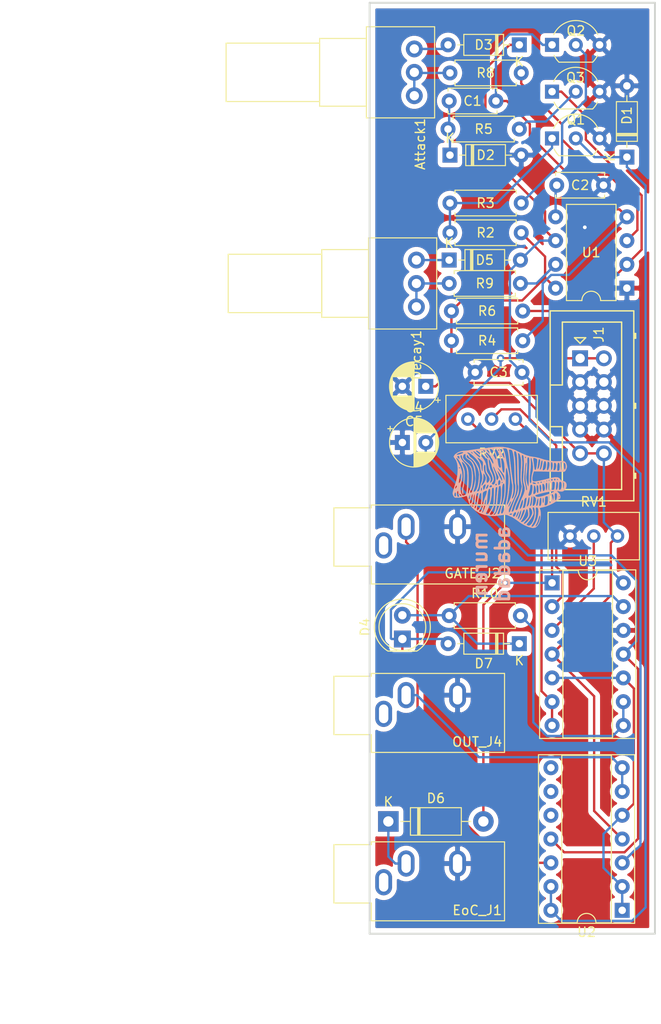
<source format=kicad_pcb>
(kicad_pcb (version 20171130) (host pcbnew 5.1.2)
  (layers (0 F.Cu signal) (31 B.Cu signal) (34 B.Paste user) (35 F.Paste user) (36 B.SilkS user) (37 F.SilkS user) (38 B.Mask user) (39 F.Mask user) (44 Edge.Cuts user))
  (net 0 "")
  (net 1 +12V)
  (net 2 "Net-(Q2-Pad2)")
  (net 3 "Net-(Q1-Pad1)")
  (net 4 "Net-(C1-Pad2)")
  (net 5 "Net-(R9-Pad2)")
  (net 6 "Net-(R8-Pad2)")
  (net 7 "Net-(Attack1-Pad1)")
  (net 8 "Net-(Q3-Pad1)")
  (net 9 "Net-(Q3-Pad2)")
  (net 10 "Net-(C1-Pad1)")
  (net 11 "Net-(D5-Pad1)")
  (net 12 GND)
  (net 13 "Net-(D1-Pad1)")
  (net 14 -12V)
  (net 15 "Net-(C2-Pad1)")
  (net 16 "Net-(Decay1-Pad2)")
  (net 17 "Net-(Attack1-Pad2)")
  (net 18 "Net-(GATE_J2-PadS)")
  (net 19 "Net-(OUT_J4-PadT)")
  (net 20 "Net-(OUT_J4-PadS)")
  (net 21 "Net-(RV1-Pad2)")
  (net 22 "Net-(EoC_J1-PadS)")
  (net 23 "Net-(D4-Pad2)")
  (net 24 "Net-(D6-Pad2)")
  (net 25 "Net-(D6-Pad1)")
  (net 26 "Net-(RV2-Pad2)")
  (net 27 "Net-(C3-Pad2)")
  (net 28 "Net-(D4-Pad1)")
  (net 29 "Net-(GATE_J2-PadT)")
  (net 30 "Net-(R10-Pad2)")
  (net 31 "Net-(RV2-Pad1)")
  (net 32 "Net-(U2-Pad1)")
  (module Package_DIP:DIP-14_W7.62mm_Socket (layer F.Cu) (at 122.5 108.5)
    (fp_text reference U3 (at 3.81 -2.33) (layer F.SilkS))
    (fp_text value TL074)
    (pad 14 thru_hole oval (at 7.62 0) (size 1.6 1.6) (drill 0.8) (layers *.Cu *.Mask) (net 28 "Net-(D4-Pad1)"))
    (pad 7 thru_hole oval (at 0 15.24) (size 1.6 1.6) (drill 0.8) (layers *.Cu *.Mask) (net 31 "Net-(RV2-Pad1)"))
    (pad 13 thru_hole oval (at 7.62 2.54) (size 1.6 1.6) (drill 0.8) (layers *.Cu *.Mask) (net 23 "Net-(D4-Pad2)"))
    (pad 6 thru_hole oval (at 0 12.7) (size 1.6 1.6) (drill 0.8) (layers *.Cu *.Mask) (net 31 "Net-(RV2-Pad1)"))
    (pad 12 thru_hole oval (at 7.62 5.08) (size 1.6 1.6) (drill 0.8) (layers *.Cu *.Mask) (net 12 GND))
    (pad 5 thru_hole oval (at 0 10.16) (size 1.6 1.6) (drill 0.8) (layers *.Cu *.Mask) (net 32 "Net-(U2-Pad1)"))
    (pad 11 thru_hole oval (at 7.62 7.62) (size 1.6 1.6) (drill 0.8) (layers *.Cu *.Mask) (net 14 -12V))
    (pad 4 thru_hole oval (at 0 7.62) (size 1.6 1.6) (drill 0.8) (layers *.Cu *.Mask) (net 1 +12V))
    (pad 10 thru_hole oval (at 7.62 10.16) (size 1.6 1.6) (drill 0.8) (layers *.Cu *.Mask) (net 32 "Net-(U2-Pad1)"))
    (pad 3 thru_hole oval (at 0 5.08) (size 1.6 1.6) (drill 0.8) (layers *.Cu *.Mask) (net 21 "Net-(RV1-Pad2)"))
    (pad 9 thru_hole oval (at 7.62 12.7) (size 1.6 1.6) (drill 0.8) (layers *.Cu *.Mask) (net 30 "Net-(R10-Pad2)"))
    (pad 2 thru_hole oval (at 0 2.54) (size 1.6 1.6) (drill 0.8) (layers *.Cu *.Mask) (net 26 "Net-(RV2-Pad2)"))
    (pad 8 thru_hole oval (at 7.62 15.24) (size 1.6 1.6) (drill 0.8) (layers *.Cu *.Mask) (net 30 "Net-(R10-Pad2)"))
    (pad 1 thru_hole rect (at 0 0) (size 1.6 1.6) (drill 0.8) (layers *.Cu *.Mask) (net 24 "Net-(D6-Pad2)"))
  )
  (module Package_DIP:DIP-14_W7.62mm_Socket (layer F.Cu) (at 130 143.5 180)
    (fp_text reference U2 (at 3.81 -2.33) (layer F.SilkS))
    (fp_text value TL074)
    (pad 14 thru_hole oval (at 7.62 0 180) (size 1.6 1.6) (drill 0.8) (layers *.Cu *.Mask) (net 13 "Net-(D1-Pad1)"))
    (pad 7 thru_hole oval (at 0 15.24 180) (size 1.6 1.6) (drill 0.8) (layers *.Cu *.Mask) (net 19 "Net-(OUT_J4-PadT)"))
    (pad 13 thru_hole oval (at 7.62 2.54 180) (size 1.6 1.6) (drill 0.8) (layers *.Cu *.Mask) (net 13 "Net-(D1-Pad1)"))
    (pad 6 thru_hole oval (at 0 12.7 180) (size 1.6 1.6) (drill 0.8) (layers *.Cu *.Mask) (net 19 "Net-(OUT_J4-PadT)"))
    (pad 12 thru_hole oval (at 7.62 5.08 180) (size 1.6 1.6) (drill 0.8) (layers *.Cu *.Mask) (net 29 "Net-(GATE_J2-PadT)"))
    (pad 5 thru_hole oval (at 0 10.16 180) (size 1.6 1.6) (drill 0.8) (layers *.Cu *.Mask) (net 32 "Net-(U2-Pad1)"))
    (pad 11 thru_hole oval (at 7.62 7.62 180) (size 1.6 1.6) (drill 0.8) (layers *.Cu *.Mask) (net 14 -12V))
    (pad 4 thru_hole oval (at 0 7.62 180) (size 1.6 1.6) (drill 0.8) (layers *.Cu *.Mask) (net 1 +12V))
    (pad 10 thru_hole oval (at 7.62 10.16 180) (size 1.6 1.6) (drill 0.8) (layers *.Cu *.Mask))
    (pad 3 thru_hole oval (at 0 5.08 180) (size 1.6 1.6) (drill 0.8) (layers *.Cu *.Mask) (net 27 "Net-(C3-Pad2)"))
    (pad 9 thru_hole oval (at 7.62 12.7 180) (size 1.6 1.6) (drill 0.8) (layers *.Cu *.Mask))
    (pad 2 thru_hole oval (at 0 2.54 180) (size 1.6 1.6) (drill 0.8) (layers *.Cu *.Mask) (net 32 "Net-(U2-Pad1)"))
    (pad 8 thru_hole oval (at 7.62 15.24 180) (size 1.6 1.6) (drill 0.8) (layers *.Cu *.Mask))
    (pad 1 thru_hole rect (at 0 0 180) (size 1.6 1.6) (drill 0.8) (layers *.Cu *.Mask) (net 32 "Net-(U2-Pad1)"))
  )
  (module LOGO (layer B.Cu) (at 118 98 270)
    (fp_text reference G*** hide)
    (fp_text value LOGO hide)
  )
  (module Potentiometer_THT:Potentiometer_Bourns_3296W_Vertical (layer F.Cu) (at 113.5 91 180)
    (fp_text reference RV2 (at -2.54 -3.66) (layer F.SilkS))
    (fp_text value 100k)
    (pad 3 thru_hole circle (at -5.08 0 180) (size 1.44 1.44) (drill 0.8) (layers *.Cu *.Mask) (net 24 "Net-(D6-Pad2)"))
    (pad 2 thru_hole circle (at -2.54 0 180) (size 1.44 1.44) (drill 0.8) (layers *.Cu *.Mask) (net 26 "Net-(RV2-Pad2)"))
    (pad 1 thru_hole circle (at 0 0 180) (size 1.44 1.44) (drill 0.8) (layers *.Cu *.Mask) (net 31 "Net-(RV2-Pad1)"))
  )
  (module Potentiometer_THT:Potentiometer_Bourns_3296W_Vertical (layer F.Cu) (at 129.5 103.5)
    (fp_text reference RV1 (at -2.54 -3.66) (layer F.SilkS))
    (fp_text value 500k)
    (pad 1 thru_hole circle (at 0 0) (size 1.44 1.44) (drill 0.8) (layers *.Cu *.Mask) (net 1 +12V))
    (pad 2 thru_hole circle (at -2.54 0) (size 1.44 1.44) (drill 0.8) (layers *.Cu *.Mask) (net 21 "Net-(RV1-Pad2)"))
    (pad 3 thru_hole circle (at -5.08 0) (size 1.44 1.44) (drill 0.8) (layers *.Cu *.Mask) (net 12 GND))
  )
  (module Diode_THT:D_DO-35_SOD27_P7.62mm_Horizontal (layer F.Cu) (at 119 115 180)
    (fp_text reference D7 (at 3.81 -2.12) (layer F.SilkS))
    (fp_text value 1N4148)
    (fp_text user K (at 0 -1.8) (layer F.SilkS))
    (pad 1 thru_hole rect (at 0 0 180) (size 1.6 1.6) (drill 0.8) (layers *.Cu *.Mask) (net 23 "Net-(D4-Pad2)"))
    (pad 2 thru_hole oval (at 7.62 0 180) (size 1.6 1.6) (drill 0.8) (layers *.Cu *.Mask) (net 28 "Net-(D4-Pad1)"))
  )
  (module Connector_Multicomp:Multicomp_MC9A12-1034_2x05_P2.54mm_Vertical (layer F.Cu) (at 125.5 84.5 270)
    (fp_text reference J1 (at -2.54 -2 270) (layer F.SilkS))
    (fp_text value Conn_02x05_Odd_Even)
    (pad 10 thru_hole circle (at 10.16 -2.54 270) (size 1.7 1.7) (drill 1) (layers *.Cu *.Mask) (net 1 +12V))
    (pad 9 thru_hole circle (at 10.16 0 270) (size 1.7 1.7) (drill 1) (layers *.Cu *.Mask) (net 1 +12V))
    (pad 8 thru_hole circle (at 7.62 -2.54 270) (size 1.7 1.7) (drill 1) (layers *.Cu *.Mask) (net 12 GND))
    (pad 7 thru_hole circle (at 7.62 0 270) (size 1.7 1.7) (drill 1) (layers *.Cu *.Mask) (net 12 GND))
    (pad 6 thru_hole circle (at 5.08 -2.54 270) (size 1.7 1.7) (drill 1) (layers *.Cu *.Mask) (net 12 GND))
    (pad 5 thru_hole circle (at 5.08 0 270) (size 1.7 1.7) (drill 1) (layers *.Cu *.Mask) (net 12 GND))
    (pad 4 thru_hole circle (at 2.54 -2.54 270) (size 1.7 1.7) (drill 1) (layers *.Cu *.Mask) (net 12 GND))
    (pad 3 thru_hole circle (at 2.54 0 270) (size 1.7 1.7) (drill 1) (layers *.Cu *.Mask) (net 12 GND))
    (pad 2 thru_hole circle (at 0 -2.54 270) (size 1.7 1.7) (drill 1) (layers *.Cu *.Mask) (net 14 -12V))
    (pad 1 thru_hole rect (at 0 0 270) (size 1.7 1.7) (drill 1) (layers *.Cu *.Mask) (net 14 -12V))
  )
  (module Diode_THT:D_DO-41_SOD81_P10.16mm_Horizontal (layer F.Cu) (at 105 134)
    (fp_text reference D6 (at 5.08 -2.47) (layer F.SilkS))
    (fp_text value 1N4001)
    (fp_text user K (at 0 -2.1) (layer F.SilkS))
    (pad 1 thru_hole rect (at 0 0) (size 2.2 2.2) (drill 1.1) (layers *.Cu *.Mask) (net 25 "Net-(D6-Pad1)"))
    (pad 2 thru_hole oval (at 10.16 0) (size 2.2 2.2) (drill 1.1) (layers *.Cu *.Mask) (net 24 "Net-(D6-Pad2)"))
  )
  (module LED_THT:LED_D5.0mm (layer F.Cu) (at 106.5 114.5 90)
    (fp_text reference D4 (at 1.27 -3.96 90) (layer F.SilkS))
    (fp_text value LED)
    (pad 1 thru_hole rect (at 0 0 90) (size 1.8 1.8) (drill 0.9) (layers *.Cu *.Mask) (net 28 "Net-(D4-Pad1)"))
    (pad 2 thru_hole circle (at 2.54 0 90) (size 1.8 1.8) (drill 0.9) (layers *.Cu *.Mask) (net 23 "Net-(D4-Pad2)"))
  )
  (module Resistor_THT:R_Axial_DIN0207_L6.3mm_D2.5mm_P7.62mm_Horizontal (layer F.Cu) (at 111.5 112)
    (fp_text reference R10 (at 3.81 -2.37) (layer F.SilkS))
    (fp_text value "1 k")
    (pad 1 thru_hole circle (at 0 0) (size 1.6 1.6) (drill 0.8) (layers *.Cu *.Mask) (net 23 "Net-(D4-Pad2)"))
    (pad 2 thru_hole oval (at 7.62 0) (size 1.6 1.6) (drill 0.8) (layers *.Cu *.Mask) (net 30 "Net-(R10-Pad2)"))
  )
  (module Capacitor_THT:CP_Radial_D5.0mm_P2.50mm (layer F.Cu) (at 106.5 93.5)
    (fp_text reference C4 (at 1.25 -3.75) (layer F.SilkS))
    (fp_text value "22 µf")
    (pad 2 thru_hole circle (at 2.5 0) (size 1.6 1.6) (drill 0.8) (layers *.Cu *.Mask) (net 14 -12V))
    (pad 1 thru_hole rect (at 0 0) (size 1.6 1.6) (drill 0.8) (layers *.Cu *.Mask) (net 12 GND))
  )
  (module Capacitor_THT:CP_Radial_D5.0mm_P2.50mm (layer F.Cu) (at 109 87.5 180)
    (fp_text reference C5 (at 1.25 -3.75 180) (layer F.SilkS))
    (fp_text value "22 µf")
    (pad 1 thru_hole rect (at 0 0 180) (size 1.6 1.6) (drill 0.8) (layers *.Cu *.Mask) (net 1 +12V))
    (pad 2 thru_hole circle (at 2.5 0 180) (size 1.6 1.6) (drill 0.8) (layers *.Cu *.Mask) (net 12 GND))
  )
  (module Package_TO_SOT_THT:TO-92_Inline_Wide (layer F.Cu) (at 122.5 61)
    (fp_text reference Q1 (at 2.54 -2) (layer F.SilkS))
    (fp_text value BC547)
    (pad 2 thru_hole circle (at 2.54 0 90) (size 1.5 1.5) (drill 0.8) (layers *.Cu *.Mask) (net 13 "Net-(D1-Pad1)"))
    (pad 3 thru_hole circle (at 5.08 0 90) (size 1.5 1.5) (drill 0.8) (layers *.Cu *.Mask) (net 12 GND))
    (pad 1 thru_hole rect (at 0 0 90) (size 1.5 1.5) (drill 0.8) (layers *.Cu *.Mask) (net 3 "Net-(Q1-Pad1)"))
  )
  (module Package_TO_SOT_THT:TO-92_Inline_Wide (layer F.Cu) (at 122.5 51)
    (fp_text reference Q2 (at 2.54 -1.5) (layer F.SilkS))
    (fp_text value BC547)
    (pad 1 thru_hole rect (at 0 0 90) (size 1.5 1.5) (drill 0.8) (layers *.Cu *.Mask) (net 4 "Net-(C1-Pad2)"))
    (pad 3 thru_hole circle (at 5.08 0 90) (size 1.5 1.5) (drill 0.8) (layers *.Cu *.Mask) (net 12 GND))
    (pad 2 thru_hole circle (at 2.54 0 90) (size 1.5 1.5) (drill 0.8) (layers *.Cu *.Mask) (net 2 "Net-(Q2-Pad2)"))
  )
  (module Package_TO_SOT_THT:TO-92_Inline_Wide (layer F.Cu) (at 122.5 56)
    (fp_text reference Q3 (at 2.5 -1.5) (layer F.SilkS))
    (fp_text value BC547)
    (pad 2 thru_hole circle (at 2.54 0 90) (size 1.5 1.5) (drill 0.8) (layers *.Cu *.Mask) (net 9 "Net-(Q3-Pad2)"))
    (pad 3 thru_hole circle (at 5.08 0 90) (size 1.5 1.5) (drill 0.8) (layers *.Cu *.Mask) (net 12 GND))
    (pad 1 thru_hole rect (at 0 0 90) (size 1.5 1.5) (drill 0.8) (layers *.Cu *.Mask) (net 8 "Net-(Q3-Pad1)"))
  )
  (module Connector_Audio:Jack_3.5mm_CUI_SJ1-3533NG_Horizontal (layer F.Cu) (at 104.5 140.5 90)
    (fp_text reference EoC_J1 (at -3 10) (layer F.SilkS))
    (fp_text value AudioJack3_Ground)
    (pad S thru_hole oval (at 0 0 90) (size 2.8 1.8) (drill oval 2 1) (layers *.Cu *.Mask) (net 22 "Net-(EoC_J1-PadS)"))
    (pad T thru_hole oval (at 2 2.4 90) (size 2.8 1.8) (drill oval 2 1) (layers *.Cu *.Mask) (net 25 "Net-(D6-Pad1)"))
    (pad R thru_hole oval (at 2 7.9 90) (size 2.8 1.8) (drill oval 2 1) (layers *.Cu *.Mask) (net 12 GND))
  )
  (module Connector_Audio:Jack_3.5mm_CUI_SJ1-3533NG_Horizontal (layer F.Cu) (at 104.5 104.5 90)
    (fp_text reference GATE_J2 (at -3 9.5 180) (layer F.SilkS))
    (fp_text value AudioJack3_Ground)
    (pad S thru_hole oval (at 0 0 90) (size 2.8 1.8) (drill oval 2 1) (layers *.Cu *.Mask) (net 18 "Net-(GATE_J2-PadS)"))
    (pad T thru_hole oval (at 2 2.4 90) (size 2.8 1.8) (drill oval 2 1) (layers *.Cu *.Mask) (net 29 "Net-(GATE_J2-PadT)"))
    (pad R thru_hole oval (at 2 7.9 90) (size 2.8 1.8) (drill oval 2 1) (layers *.Cu *.Mask) (net 12 GND))
  )
  (module Connector_Audio:Jack_3.5mm_CUI_SJ1-3533NG_Horizontal (layer F.Cu) (at 104.5 122.5 90)
    (fp_text reference OUT_J4 (at -3 10) (layer F.SilkS))
    (fp_text value AudioJack3_Ground)
    (pad S thru_hole oval (at 0 0 90) (size 2.8 1.8) (drill oval 2 1) (layers *.Cu *.Mask) (net 20 "Net-(OUT_J4-PadS)"))
    (pad T thru_hole oval (at 2 2.4 90) (size 2.8 1.8) (drill oval 2 1) (layers *.Cu *.Mask) (net 19 "Net-(OUT_J4-PadT)"))
    (pad R thru_hole oval (at 2 7.9 90) (size 2.8 1.8) (drill oval 2 1) (layers *.Cu *.Mask) (net 12 GND))
  )
  (module Potentiometer_THT:Potentiometer_Alps_RK097_Single_Horizontal (layer F.Cu) (at 107.775 51.435 180)
    (fp_text reference Attack1 (at -0.635 -10.16 270) (layer F.SilkS))
    (fp_text value "1 M")
    (pad 3 thru_hole circle (at 0 -5 180) (size 1.8 1.8) (drill 1) (layers *.Cu *.Mask) (net 17 "Net-(Attack1-Pad2)"))
    (pad 2 thru_hole circle (at 0 -2.5 180) (size 1.8 1.8) (drill 1) (layers *.Cu *.Mask) (net 17 "Net-(Attack1-Pad2)"))
    (pad 1 thru_hole circle (at 0 0 180) (size 1.8 1.8) (drill 1) (layers *.Cu *.Mask) (net 7 "Net-(Attack1-Pad1)"))
  )
  (module Potentiometer_THT:Potentiometer_Alps_RK097_Single_Horizontal (layer F.Cu) (at 108 74 180)
    (fp_text reference Decay1 (at 0 -10.16 270) (layer F.SilkS))
    (fp_text value "1 M")
    (pad 3 thru_hole circle (at 0 -5 180) (size 1.8 1.8) (drill 1) (layers *.Cu *.Mask) (net 16 "Net-(Decay1-Pad2)"))
    (pad 2 thru_hole circle (at 0 -2.5 180) (size 1.8 1.8) (drill 1) (layers *.Cu *.Mask) (net 16 "Net-(Decay1-Pad2)"))
    (pad 1 thru_hole circle (at 0 0 180) (size 1.8 1.8) (drill 1) (layers *.Cu *.Mask) (net 11 "Net-(D5-Pad1)"))
  )
  (module Capacitor_THT:C_Disc_D5.0mm_W2.5mm_P5.00mm (layer F.Cu) (at 111.5 57)
    (fp_text reference C1 (at 2.5 0) (layer F.SilkS))
    (fp_text value "10 n")
    (pad 2 thru_hole circle (at 5 0) (size 1.6 1.6) (drill 0.8) (layers *.Cu *.Mask) (net 4 "Net-(C1-Pad2)"))
    (pad 1 thru_hole circle (at 0 0) (size 1.6 1.6) (drill 0.8) (layers *.Cu *.Mask) (net 10 "Net-(C1-Pad1)"))
  )
  (module Capacitor_THT:C_Disc_D5.0mm_W2.5mm_P5.00mm (layer F.Cu) (at 123 66)
    (fp_text reference C2 (at 2.5 0) (layer F.SilkS))
    (fp_text value "10 n")
    (pad 1 thru_hole circle (at 0 0) (size 1.6 1.6) (drill 0.8) (layers *.Cu *.Mask) (net 15 "Net-(C2-Pad1)"))
    (pad 2 thru_hole circle (at 5 0) (size 1.6 1.6) (drill 0.8) (layers *.Cu *.Mask) (net 12 GND))
  )
  (module Capacitor_THT:C_Disc_D5.0mm_W2.5mm_P5.00mm (layer F.Cu) (at 114.285 86)
    (fp_text reference C3 (at 2.5 0) (layer F.SilkS))
    (fp_text value "4.7 µ")
    (pad 2 thru_hole circle (at 5 0) (size 1.6 1.6) (drill 0.8) (layers *.Cu *.Mask) (net 27 "Net-(C3-Pad2)"))
    (pad 1 thru_hole circle (at 0 0) (size 1.6 1.6) (drill 0.8) (layers *.Cu *.Mask) (net 12 GND))
  )
  (module Diode_THT:D_DO-35_SOD27_P7.62mm_Horizontal (layer F.Cu) (at 130.5 63 90)
    (fp_text reference D1 (at 4.445 0 90) (layer F.SilkS))
    (fp_text value 1N4148)
    (fp_text user K (at 0 -1.8 90) (layer F.SilkS))
    (pad 2 thru_hole oval (at 7.62 0 90) (size 1.6 1.6) (drill 0.8) (layers *.Cu *.Mask) (net 12 GND))
    (pad 1 thru_hole rect (at 0 0 90) (size 1.6 1.6) (drill 0.8) (layers *.Cu *.Mask) (net 13 "Net-(D1-Pad1)"))
  )
  (module Diode_THT:D_DO-35_SOD27_P7.62mm_Horizontal (layer F.Cu) (at 111.585 62.785)
    (fp_text reference D2 (at 3.81 0) (layer F.SilkS))
    (fp_text value 1N4148)
    (fp_text user K (at 0 -1.8) (layer F.SilkS))
    (pad 1 thru_hole rect (at 0 0) (size 1.6 1.6) (drill 0.8) (layers *.Cu *.Mask) (net 10 "Net-(C1-Pad1)"))
    (pad 2 thru_hole oval (at 7.62 0) (size 1.6 1.6) (drill 0.8) (layers *.Cu *.Mask) (net 12 GND))
  )
  (module Diode_THT:D_DO-35_SOD27_P7.62mm_Horizontal (layer F.Cu) (at 119 51 180)
    (fp_text reference D3 (at 3.81 0 180) (layer F.SilkS))
    (fp_text value 1N4148)
    (fp_text user K (at 0 -1.8 180) (layer F.SilkS))
    (pad 2 thru_hole oval (at 7.62 0 180) (size 1.6 1.6) (drill 0.8) (layers *.Cu *.Mask) (net 7 "Net-(Attack1-Pad1)"))
    (pad 1 thru_hole rect (at 0 0 180) (size 1.6 1.6) (drill 0.8) (layers *.Cu *.Mask) (net 27 "Net-(C3-Pad2)"))
  )
  (module Diode_THT:D_DO-35_SOD27_P7.62mm_Horizontal (layer F.Cu) (at 111.5 74)
    (fp_text reference D5 (at 3.81 0) (layer F.SilkS))
    (fp_text value 1N4148)
    (fp_text user K (at 0 -1.8) (layer F.SilkS))
    (pad 2 thru_hole oval (at 7.62 0) (size 1.6 1.6) (drill 0.8) (layers *.Cu *.Mask) (net 27 "Net-(C3-Pad2)"))
    (pad 1 thru_hole rect (at 0 0) (size 1.6 1.6) (drill 0.8) (layers *.Cu *.Mask) (net 11 "Net-(D5-Pad1)"))
  )
  (module Resistor_THT:R_Axial_DIN0207_L6.3mm_D2.5mm_P7.62mm_Horizontal (layer F.Cu) (at 119.205 71.08 180)
    (fp_text reference R2 (at 3.81 0 180) (layer F.SilkS))
    (fp_text value "4.7 k")
    (pad 1 thru_hole circle (at 0 0 180) (size 1.6 1.6) (drill 0.8) (layers *.Cu *.Mask) (net 1 +12V))
    (pad 2 thru_hole oval (at 7.62 0 180) (size 1.6 1.6) (drill 0.8) (layers *.Cu *.Mask) (net 3 "Net-(Q1-Pad1)"))
  )
  (module Resistor_THT:R_Axial_DIN0207_L6.3mm_D2.5mm_P7.62mm_Horizontal (layer F.Cu) (at 119 60 180)
    (fp_text reference R5 (at 3.81 0 180) (layer F.SilkS))
    (fp_text value "10 k")
    (pad 2 thru_hole oval (at 7.62 0 180) (size 1.6 1.6) (drill 0.8) (layers *.Cu *.Mask) (net 10 "Net-(C1-Pad1)"))
    (pad 1 thru_hole circle (at 0 0 180) (size 1.6 1.6) (drill 0.8) (layers *.Cu *.Mask) (net 9 "Net-(Q3-Pad2)"))
  )
  (module Resistor_THT:R_Axial_DIN0207_L6.3mm_D2.5mm_P7.62mm_Horizontal (layer F.Cu) (at 111.745 79.445)
    (fp_text reference R6 (at 3.81 0) (layer F.SilkS))
    (fp_text value "4.7 k")
    (pad 1 thru_hole circle (at 0 0) (size 1.6 1.6) (drill 0.8) (layers *.Cu *.Mask) (net 1 +12V))
    (pad 2 thru_hole oval (at 7.62 0) (size 1.6 1.6) (drill 0.8) (layers *.Cu *.Mask) (net 8 "Net-(Q3-Pad1)"))
  )
  (module Resistor_THT:R_Axial_DIN0207_L6.3mm_D2.5mm_P7.62mm_Horizontal (layer F.Cu) (at 111.585 54)
    (fp_text reference R8 (at 3.81 0) (layer F.SilkS))
    (fp_text value 220)
    (pad 1 thru_hole circle (at 0 0) (size 1.6 1.6) (drill 0.8) (layers *.Cu *.Mask) (net 17 "Net-(Attack1-Pad2)"))
    (pad 2 thru_hole oval (at 7.62 0) (size 1.6 1.6) (drill 0.8) (layers *.Cu *.Mask) (net 6 "Net-(R8-Pad2)"))
  )
  (module Resistor_THT:R_Axial_DIN0207_L6.3mm_D2.5mm_P7.62mm_Horizontal (layer F.Cu) (at 111.5 76.5)
    (fp_text reference R9 (at 3.81 0) (layer F.SilkS))
    (fp_text value 220)
    (pad 1 thru_hole circle (at 0 0) (size 1.6 1.6) (drill 0.8) (layers *.Cu *.Mask) (net 16 "Net-(Decay1-Pad2)"))
    (pad 2 thru_hole oval (at 7.62 0) (size 1.6 1.6) (drill 0.8) (layers *.Cu *.Mask) (net 5 "Net-(R9-Pad2)"))
  )
  (module Resistor_THT:R_Axial_DIN0207_L6.3mm_D2.5mm_P7.62mm_Horizontal (layer F.Cu) (at 111.745 82.62)
    (fp_text reference R4 (at 3.81 0) (layer F.SilkS))
    (fp_text value "4.7 k")
    (pad 1 thru_hole circle (at 0 0) (size 1.6 1.6) (drill 0.8) (layers *.Cu *.Mask) (net 1 +12V))
    (pad 2 thru_hole oval (at 7.62 0) (size 1.6 1.6) (drill 0.8) (layers *.Cu *.Mask) (net 4 "Net-(C1-Pad2)"))
  )
  (module Resistor_THT:R_Axial_DIN0207_L6.3mm_D2.5mm_P7.62mm_Horizontal (layer F.Cu) (at 119.205 67.905 180)
    (fp_text reference R3 (at 3.81 0 180) (layer F.SilkS))
    (fp_text value "22 k")
    (pad 2 thru_hole oval (at 7.62 0 180) (size 1.6 1.6) (drill 0.8) (layers *.Cu *.Mask) (net 3 "Net-(Q1-Pad1)"))
    (pad 1 thru_hole circle (at 0 0 180) (size 1.6 1.6) (drill 0.8) (layers *.Cu *.Mask) (net 2 "Net-(Q2-Pad2)"))
  )
  (module Package_DIP:DIP-8_W7.62mm (layer F.Cu) (at 130.5 77 180)
    (fp_text reference U1 (at 3.81 3.81 180) (layer F.SilkS))
    (fp_text value ICM7555)
    (pad 8 thru_hole oval (at 7.62 0 180) (size 1.6 1.6) (drill 0.8) (layers *.Cu *.Mask) (net 1 +12V))
    (pad 4 thru_hole oval (at 0 7.62 180) (size 1.6 1.6) (drill 0.8) (layers *.Cu *.Mask) (net 4 "Net-(C1-Pad2)"))
    (pad 7 thru_hole oval (at 7.62 2.54 180) (size 1.6 1.6) (drill 0.8) (layers *.Cu *.Mask) (net 5 "Net-(R9-Pad2)"))
    (pad 3 thru_hole oval (at 0 5.08 180) (size 1.6 1.6) (drill 0.8) (layers *.Cu *.Mask) (net 6 "Net-(R8-Pad2)"))
    (pad 6 thru_hole oval (at 7.62 5.08 180) (size 1.6 1.6) (drill 0.8) (layers *.Cu *.Mask) (net 27 "Net-(C3-Pad2)"))
    (pad 2 thru_hole oval (at 0 2.54 180) (size 1.6 1.6) (drill 0.8) (layers *.Cu *.Mask) (net 8 "Net-(Q3-Pad1)"))
    (pad 5 thru_hole oval (at 7.62 7.62 180) (size 1.6 1.6) (drill 0.8) (layers *.Cu *.Mask) (net 15 "Net-(C2-Pad1)"))
    (pad 1 thru_hole rect (at 0 0 180) (size 1.6 1.6) (drill 0.8) (layers *.Cu *.Mask) (net 12 GND))
  )
  (gr_text "muren\nadadad\n" (at 116 106.5 90) (layer B.SilkS) (effects (font (size 1.5 1.5) (thickness 0.3)) (justify mirror)))
  (gr_line (start 133.5 46.5) (end 103 46.5) (layer Edge.Cuts) (width 0.2))
  (gr_line (start 133.5 146) (end 133.5 46.5) (layer Edge.Cuts) (width 0.2))
  (gr_line (start 103 146) (end 133.5 146) (layer Edge.Cuts) (width 0.2))
  (gr_line (start 103 46.5) (end 103 146) (layer Edge.Cuts) (width 0.2))
  (segment (start 120.004999 71.879999) (end 119.205 71.08) (width 0.25) (layer F.Cu) (net 1))
  (segment (start 121.754999 73.629999) (end 120.004999 71.879999) (width 0.25) (layer F.Cu) (net 1))
  (segment (start 121.754999 75.874999) (end 121.754999 73.629999) (width 0.25) (layer F.Cu) (net 1))
  (segment (start 122.88 77) (end 121.754999 75.874999) (width 0.25) (layer F.Cu) (net 1))
  (segment (start 111.745 83.75137) (end 111.745 82.62) (width 0.25) (layer F.Cu) (net 1))
  (segment (start 110.05 87.5) (end 111.745 85.805) (width 0.25) (layer F.Cu) (net 1))
  (segment (start 111.745 85.805) (end 111.745 83.75137) (width 0.25) (layer F.Cu) (net 1))
  (segment (start 109 87.5) (end 110.05 87.5) (width 0.25) (layer F.Cu) (net 1))
  (segment (start 111.745 82.62) (end 111.745 79.445) (width 0.25) (layer F.Cu) (net 1))
  (segment (start 119.309999 78.319999) (end 121.754999 75.874999) (width 0.25) (layer F.Cu) (net 1))
  (segment (start 112.870001 78.319999) (end 119.309999 78.319999) (width 0.25) (layer F.Cu) (net 1))
  (segment (start 111.745 79.445) (end 112.870001 78.319999) (width 0.25) (layer F.Cu) (net 1))
  (segment (start 128.04 94.66) (end 125.5 94.66) (width 0.25) (layer F.Cu) (net 1))
  (segment (start 128.04 102.04) (end 129.5 103.5) (width 0.25) (layer B.Cu) (net 1))
  (segment (start 128.04 94.66) (end 128.04 102.04) (width 0.25) (layer B.Cu) (net 1))
  (segment (start 123.299999 115.320001) (end 122.5 116.12) (width 0.25) (layer F.Cu) (net 1))
  (segment (start 128.780001 109.839999) (end 123.299999 115.320001) (width 0.25) (layer F.Cu) (net 1))
  (segment (start 128.780001 104.219999) (end 128.780001 109.839999) (width 0.25) (layer F.Cu) (net 1))
  (segment (start 129.5 103.5) (end 128.780001 104.219999) (width 0.25) (layer F.Cu) (net 1))
  (segment (start 129.200001 135.080001) (end 130 135.88) (width 0.25) (layer F.Cu) (net 1))
  (segment (start 127 132.88) (end 129.200001 135.080001) (width 0.25) (layer F.Cu) (net 1))
  (segment (start 127 120.62) (end 127 132.88) (width 0.25) (layer F.Cu) (net 1))
  (segment (start 122.5 116.12) (end 127 120.62) (width 0.25) (layer F.Cu) (net 1))
  (segment (start 117.965001 87.125001) (end 125.5 94.66) (width 0.25) (layer F.Cu) (net 1))
  (segment (start 111.745 85.805) (end 113.065001 87.125001) (width 0.25) (layer F.Cu) (net 1))
  (segment (start 113.065001 87.125001) (end 117.965001 87.125001) (width 0.25) (layer F.Cu) (net 1))
  (segment (start 125.789999 51.749999) (end 125.04 51) (width 0.25) (layer B.Cu) (net 2))
  (segment (start 126.115001 52.075001) (end 125.789999 51.749999) (width 0.25) (layer B.Cu) (net 2))
  (segment (start 126.115001 56.884999) (end 126.115001 52.075001) (width 0.25) (layer B.Cu) (net 2))
  (segment (start 123.575001 59.424999) (end 126.115001 56.884999) (width 0.25) (layer B.Cu) (net 2))
  (segment (start 123.575001 63.534999) (end 123.575001 59.424999) (width 0.25) (layer B.Cu) (net 2))
  (segment (start 119.205 67.905) (end 123.575001 63.534999) (width 0.25) (layer B.Cu) (net 2))
  (segment (start 112.71637 67.905) (end 111.585 67.905) (width 0.25) (layer B.Cu) (net 3))
  (segment (start 116.595 67.905) (end 112.71637 67.905) (width 0.25) (layer B.Cu) (net 3))
  (segment (start 122.5 62) (end 116.595 67.905) (width 0.25) (layer B.Cu) (net 3))
  (segment (start 122.5 61) (end 122.5 62) (width 0.25) (layer B.Cu) (net 3))
  (segment (start 111.585 71.08) (end 111.585 67.905) (width 0.25) (layer B.Cu) (net 3))
  (segment (start 121.5 51) (end 122.5 51) (width 0.25) (layer B.Cu) (net 4))
  (segment (start 120.374999 49.874999) (end 121.5 51) (width 0.25) (layer B.Cu) (net 4))
  (segment (start 117.939999 49.874999) (end 120.374999 49.874999) (width 0.25) (layer B.Cu) (net 4))
  (segment (start 116.5 51.314998) (end 117.939999 49.874999) (width 0.25) (layer B.Cu) (net 4))
  (segment (start 116.5 57) (end 116.5 51.314998) (width 0.25) (layer B.Cu) (net 4))
  (segment (start 117.665002 57) (end 117.63137 57) (width 0.25) (layer F.Cu) (net 4))
  (segment (start 120.125001 59.459999) (end 117.665002 57) (width 0.25) (layer F.Cu) (net 4))
  (segment (start 120.125001 60.710003) (end 120.125001 59.459999) (width 0.25) (layer F.Cu) (net 4))
  (segment (start 127.994999 68.580001) (end 120.125001 60.710003) (width 0.25) (layer F.Cu) (net 4))
  (segment (start 117.63137 57) (end 116.5 57) (width 0.25) (layer F.Cu) (net 4))
  (segment (start 129.700001 68.580001) (end 127.994999 68.580001) (width 0.25) (layer F.Cu) (net 4))
  (segment (start 130.5 69.38) (end 129.700001 68.580001) (width 0.25) (layer F.Cu) (net 4))
  (segment (start 124.294999 75.585001) (end 129.700001 70.179999) (width 0.25) (layer B.Cu) (net 4))
  (segment (start 122.414999 75.585001) (end 124.294999 75.585001) (width 0.25) (layer B.Cu) (net 4))
  (segment (start 129.700001 70.179999) (end 130.5 69.38) (width 0.25) (layer B.Cu) (net 4))
  (segment (start 121.5 80.485) (end 121.5 76.5) (width 0.25) (layer B.Cu) (net 4))
  (segment (start 121.5 76.5) (end 122.414999 75.585001) (width 0.25) (layer B.Cu) (net 4))
  (segment (start 119.365 82.62) (end 121.5 80.485) (width 0.25) (layer B.Cu) (net 4))
  (segment (start 120.84 76.5) (end 122.88 74.46) (width 0.25) (layer B.Cu) (net 5))
  (segment (start 119.12 76.5) (end 120.84 76.5) (width 0.25) (layer B.Cu) (net 5))
  (segment (start 131.299999 71.120001) (end 130.5 71.92) (width 0.25) (layer F.Cu) (net 6))
  (segment (start 131.625001 70.794999) (end 131.299999 71.120001) (width 0.25) (layer F.Cu) (net 6))
  (segment (start 131.625001 67.959999) (end 131.625001 70.794999) (width 0.25) (layer F.Cu) (net 6))
  (segment (start 128.540001 64.874999) (end 131.625001 67.959999) (width 0.25) (layer F.Cu) (net 6))
  (segment (start 127.323997 64.874999) (end 128.540001 64.874999) (width 0.25) (layer F.Cu) (net 6))
  (segment (start 123.575001 61.126003) (end 127.323997 64.874999) (width 0.25) (layer F.Cu) (net 6))
  (segment (start 123.575001 59.501371) (end 123.575001 61.126003) (width 0.25) (layer F.Cu) (net 6))
  (segment (start 119.205 55.13137) (end 123.575001 59.501371) (width 0.25) (layer F.Cu) (net 6))
  (segment (start 119.205 54) (end 119.205 55.13137) (width 0.25) (layer F.Cu) (net 6))
  (segment (start 110.945 51.435) (end 111.38 51) (width 0.25) (layer B.Cu) (net 7))
  (segment (start 107.775 51.435) (end 110.945 51.435) (width 0.25) (layer B.Cu) (net 7))
  (segment (start 126.115001 58.615001) (end 123.5 56) (width 0.25) (layer F.Cu) (net 8))
  (segment (start 126.115001 61.126003) (end 126.115001 58.615001) (width 0.25) (layer F.Cu) (net 8))
  (segment (start 132.07501 67.086012) (end 126.115001 61.126003) (width 0.25) (layer F.Cu) (net 8))
  (segment (start 132.07501 72.88499) (end 132.07501 67.086012) (width 0.25) (layer F.Cu) (net 8))
  (segment (start 123.5 56) (end 122.5 56) (width 0.25) (layer F.Cu) (net 8))
  (segment (start 130.5 74.46) (end 132.07501 72.88499) (width 0.25) (layer F.Cu) (net 8))
  (segment (start 125.515 79.445) (end 130.5 74.46) (width 0.25) (layer F.Cu) (net 8))
  (segment (start 119.365 79.445) (end 125.515 79.445) (width 0.25) (layer F.Cu) (net 8))
  (segment (start 124.290001 56.749999) (end 125.04 56) (width 0.25) (layer B.Cu) (net 9))
  (segment (start 121.839999 59.200001) (end 124.290001 56.749999) (width 0.25) (layer B.Cu) (net 9))
  (segment (start 119.799999 59.200001) (end 121.839999 59.200001) (width 0.25) (layer B.Cu) (net 9))
  (segment (start 119 60) (end 119.799999 59.200001) (width 0.25) (layer B.Cu) (net 9))
  (segment (start 111.5 59.88) (end 111.38 60) (width 0.25) (layer B.Cu) (net 10))
  (segment (start 111.5 57) (end 111.5 59.88) (width 0.25) (layer B.Cu) (net 10))
  (segment (start 111.585 60.205) (end 111.38 60) (width 0.25) (layer B.Cu) (net 10))
  (segment (start 111.585 62.785) (end 111.585 60.205) (width 0.25) (layer B.Cu) (net 10))
  (segment (start 110.45 74) (end 108 74) (width 0.25) (layer B.Cu) (net 11))
  (segment (start 111.5 74) (end 110.45 74) (width 0.25) (layer B.Cu) (net 11))
  (via (at 126 70.5) (size 0.8) (drill 0.4) (layers F.Cu B.Cu) (net 12))
  (segment (start 127.04 63) (end 130.5 63) (width 0.25) (layer B.Cu) (net 13))
  (segment (start 125.04 61) (end 127.04 63) (width 0.25) (layer B.Cu) (net 13))
  (segment (start 122.38 140.96) (end 122.38 143.5) (width 0.25) (layer B.Cu) (net 13))
  (segment (start 130.5 63) (end 130.5 64.05) (width 0.25) (layer B.Cu) (net 13))
  (segment (start 131.695011 65.245011) (end 131.475 65.025) (width 0.25) (layer B.Cu) (net 13))
  (segment (start 130.5 64.05) (end 131.475 65.025) (width 0.25) (layer B.Cu) (net 13))
  (segment (start 122.38 143.5) (end 123.505001 144.625001) (width 0.25) (layer B.Cu) (net 13))
  (segment (start 131.060001 144.625001) (end 131.625001 144.060001) (width 0.25) (layer B.Cu) (net 13))
  (segment (start 123.505001 144.625001) (end 131.060001 144.625001) (width 0.25) (layer B.Cu) (net 13))
  (segment (start 132.5 143.185002) (end 131.625001 144.060001) (width 0.25) (layer B.Cu) (net 13))
  (segment (start 132.5 66.05) (end 132.5 143.185002) (width 0.25) (layer B.Cu) (net 13))
  (segment (start 131.475 65.025) (end 132.5 66.05) (width 0.25) (layer B.Cu) (net 13))
  (segment (start 109 93.5) (end 109 94.63137) (width 0.25) (layer B.Cu) (net 14))
  (segment (start 123.179999 136.679999) (end 122.38 135.88) (width 0.25) (layer F.Cu) (net 14))
  (segment (start 123.794999 137.294999) (end 123.179999 136.679999) (width 0.25) (layer F.Cu) (net 14))
  (segment (start 130.250003 137.294999) (end 123.794999 137.294999) (width 0.25) (layer F.Cu) (net 14))
  (segment (start 131.695011 135.849991) (end 130.250003 137.294999) (width 0.25) (layer F.Cu) (net 14))
  (segment (start 131.695011 117.695011) (end 131.695011 135.849991) (width 0.25) (layer F.Cu) (net 14))
  (segment (start 130.12 116.12) (end 131.695011 117.695011) (width 0.25) (layer F.Cu) (net 14))
  (segment (start 109 93.5) (end 117 85.5) (width 0.25) (layer B.Cu) (net 14))
  (segment (start 117 85.5) (end 117 84.5) (width 0.25) (layer B.Cu) (net 14))
  (segment (start 117 84.5) (end 117 84.5) (width 0.25) (layer B.Cu) (net 14))
  (via (at 117 84.5) (size 0.8) (drill 0.4) (layers F.Cu B.Cu) (net 14))
  (segment (start 117 84.5) (end 125.5 84.5) (width 0.25) (layer F.Cu) (net 14))
  (segment (start 125.5 84.5) (end 128.04 84.5) (width 0.25) (layer F.Cu) (net 14))
  (segment (start 128.850687 105.565685) (end 119.934315 105.565685) (width 0.25) (layer B.Cu) (net 14))
  (segment (start 131.5 108.214998) (end 128.850687 105.565685) (width 0.25) (layer B.Cu) (net 14))
  (segment (start 131.5 114.74) (end 131.5 108.214998) (width 0.25) (layer B.Cu) (net 14))
  (segment (start 130.12 116.12) (end 131.5 114.74) (width 0.25) (layer B.Cu) (net 14))
  (segment (start 109 94.63137) (end 119.934315 105.565685) (width 0.25) (layer B.Cu) (net 14))
  (segment (start 122.88 66.12) (end 123 66) (width 0.25) (layer B.Cu) (net 15))
  (segment (start 122.88 69.38) (end 122.88 66.12) (width 0.25) (layer B.Cu) (net 15))
  (segment (start 108 79) (end 108 76.5) (width 0.25) (layer B.Cu) (net 16))
  (segment (start 111.5 76.5) (end 108 76.5) (width 0.25) (layer B.Cu) (net 16))
  (segment (start 107.775 56.435) (end 107.775 53.935) (width 0.25) (layer B.Cu) (net 17))
  (segment (start 107.84 54) (end 107.775 53.935) (width 0.25) (layer B.Cu) (net 17))
  (segment (start 111.585 54) (end 107.84 54) (width 0.25) (layer B.Cu) (net 17))
  (segment (start 130 130.8) (end 130 128.26) (width 0.25) (layer B.Cu) (net 19))
  (segment (start 129.200001 127.460001) (end 130 128.26) (width 0.25) (layer B.Cu) (net 19))
  (segment (start 128.874999 127.134999) (end 129.200001 127.460001) (width 0.25) (layer B.Cu) (net 19))
  (segment (start 108.05 120.5) (end 114.684999 127.134999) (width 0.25) (layer B.Cu) (net 19))
  (segment (start 114.684999 127.134999) (end 128.874999 127.134999) (width 0.25) (layer B.Cu) (net 19))
  (segment (start 106.9 120.5) (end 108.05 120.5) (width 0.25) (layer B.Cu) (net 19))
  (segment (start 126.96 109.12) (end 122.5 113.58) (width 0.25) (layer F.Cu) (net 21))
  (segment (start 126.96 103.5) (end 126.96 109.12) (width 0.25) (layer F.Cu) (net 21))
  (segment (start 111.46 111.96) (end 111.5 112) (width 0.25) (layer B.Cu) (net 23))
  (segment (start 106.5 111.96) (end 111.46 111.96) (width 0.25) (layer B.Cu) (net 23))
  (segment (start 114.5 115) (end 119 115) (width 0.25) (layer B.Cu) (net 23))
  (segment (start 111.5 112) (end 114.5 115) (width 0.25) (layer B.Cu) (net 23))
  (segment (start 129.320001 110.240001) (end 130.12 111.04) (width 0.25) (layer B.Cu) (net 23))
  (segment (start 128.994999 109.914999) (end 129.320001 110.240001) (width 0.25) (layer B.Cu) (net 23))
  (segment (start 113.585001 109.914999) (end 128.994999 109.914999) (width 0.25) (layer B.Cu) (net 23))
  (segment (start 111.5 112) (end 113.585001 109.914999) (width 0.25) (layer B.Cu) (net 23))
  (segment (start 122.5 94.92) (end 122.5 108.5) (width 0.25) (layer F.Cu) (net 24))
  (segment (start 118.58 91) (end 122.5 94.92) (width 0.25) (layer F.Cu) (net 24))
  (segment (start 122.5 108.5) (end 121.45 108.5) (width 0.25) (layer B.Cu) (net 24))
  (segment (start 122.5 108.5) (end 117.5 108.5) (width 0.25) (layer B.Cu) (net 24))
  (segment (start 115.16 134) (end 115.16 110.84) (width 0.25) (layer F.Cu) (net 24))
  (segment (start 117.5 108.5) (end 117.5 108.5) (width 0.25) (layer B.Cu) (net 24))
  (via (at 117.5 108.5) (size 0.8) (drill 0.4) (layers F.Cu B.Cu) (net 24))
  (segment (start 115.16 110.84) (end 117.5 108.5) (width 0.25) (layer F.Cu) (net 24))
  (segment (start 105.75 138.5) (end 106.9 138.5) (width 0.25) (layer B.Cu) (net 25))
  (segment (start 105 137.75) (end 105.75 138.5) (width 0.25) (layer B.Cu) (net 25))
  (segment (start 105 134) (end 105 137.75) (width 0.25) (layer B.Cu) (net 25))
  (segment (start 116.759999 90.280001) (end 116.04 91) (width 0.25) (layer F.Cu) (net 26))
  (segment (start 117.085001 89.954999) (end 116.759999 90.280001) (width 0.25) (layer F.Cu) (net 26))
  (segment (start 119.081601 89.954999) (end 117.085001 89.954999) (width 0.25) (layer F.Cu) (net 26))
  (segment (start 122.950009 93.823407) (end 119.081601 89.954999) (width 0.25) (layer F.Cu) (net 26))
  (segment (start 122.950009 106.765007) (end 122.950009 93.823407) (width 0.25) (layer F.Cu) (net 26))
  (segment (start 123.625001 107.439999) (end 122.950009 106.765007) (width 0.25) (layer F.Cu) (net 26))
  (segment (start 123.625001 109.914999) (end 123.625001 107.439999) (width 0.25) (layer F.Cu) (net 26))
  (segment (start 122.5 111.04) (end 123.625001 109.914999) (width 0.25) (layer F.Cu) (net 26))
  (segment (start 121.2 71.92) (end 122.88 71.92) (width 0.25) (layer B.Cu) (net 27))
  (segment (start 119.12 74) (end 121.2 71.92) (width 0.25) (layer B.Cu) (net 27))
  (segment (start 122.080001 71.120001) (end 122.88 71.92) (width 0.25) (layer F.Cu) (net 27))
  (segment (start 121.754999 70.794999) (end 122.080001 71.120001) (width 0.25) (layer F.Cu) (net 27))
  (segment (start 121.754999 68.789997) (end 121.754999 70.794999) (width 0.25) (layer F.Cu) (net 27))
  (segment (start 115.374999 62.409997) (end 121.754999 68.789997) (width 0.25) (layer F.Cu) (net 27))
  (segment (start 115.374999 53.575001) (end 115.374999 62.409997) (width 0.25) (layer F.Cu) (net 27))
  (segment (start 117.95 51) (end 115.374999 53.575001) (width 0.25) (layer F.Cu) (net 27))
  (segment (start 119 51) (end 117.95 51) (width 0.25) (layer F.Cu) (net 27))
  (segment (start 118.485001 85.200001) (end 119.285 86) (width 0.25) (layer B.Cu) (net 27))
  (segment (start 117.994999 84.709999) (end 118.485001 85.200001) (width 0.25) (layer B.Cu) (net 27))
  (segment (start 117.994999 75.125001) (end 117.994999 84.709999) (width 0.25) (layer B.Cu) (net 27))
  (segment (start 119.12 74) (end 117.994999 75.125001) (width 0.25) (layer B.Cu) (net 27))
  (segment (start 120.084999 86.799999) (end 119.285 86) (width 0.25) (layer B.Cu) (net 27))
  (segment (start 120.084999 91.084999) (end 120.084999 86.799999) (width 0.25) (layer B.Cu) (net 27))
  (segment (start 122.484999 93.484999) (end 120.084999 91.084999) (width 0.25) (layer B.Cu) (net 27))
  (segment (start 131.50861 136.91139) (end 131.58861 136.91139) (width 0.25) (layer B.Cu) (net 27))
  (segment (start 130 138.42) (end 131.50861 136.91139) (width 0.25) (layer B.Cu) (net 27))
  (segment (start 131.58861 136.91139) (end 131.950009 136.549991) (width 0.25) (layer B.Cu) (net 27))
  (segment (start 131.950009 136.549991) (end 131.950009 96.831007) (width 0.25) (layer B.Cu) (net 27))
  (segment (start 128.604001 93.484999) (end 122.484999 93.484999) (width 0.25) (layer B.Cu) (net 27))
  (segment (start 131.950009 96.831007) (end 128.604001 93.484999) (width 0.25) (layer B.Cu) (net 27))
  (segment (start 106.5 114.5) (end 106.5 115.65) (width 0.25) (layer F.Cu) (net 28))
  (segment (start 110.88 114.5) (end 111.38 115) (width 0.25) (layer B.Cu) (net 28))
  (segment (start 106.5 114.5) (end 110.88 114.5) (width 0.25) (layer B.Cu) (net 28))
  (segment (start 129.320001 107.700001) (end 130.12 108.5) (width 0.25) (layer B.Cu) (net 28))
  (segment (start 128.994999 107.374999) (end 129.320001 107.700001) (width 0.25) (layer B.Cu) (net 28))
  (segment (start 109.271999 107.374999) (end 128.994999 107.374999) (width 0.25) (layer B.Cu) (net 28))
  (segment (start 105.274999 111.371999) (end 109.271999 107.374999) (width 0.25) (layer B.Cu) (net 28))
  (segment (start 105.274999 114.424999) (end 105.274999 111.371999) (width 0.25) (layer B.Cu) (net 28))
  (segment (start 105.35 114.5) (end 105.274999 114.424999) (width 0.25) (layer B.Cu) (net 28))
  (segment (start 106.5 114.5) (end 105.35 114.5) (width 0.25) (layer B.Cu) (net 28))
  (segment (start 108.12501 105.37501) (end 106.9 104.15) (width 0.25) (layer F.Cu) (net 29))
  (segment (start 106.9 104.15) (end 106.9 102.5) (width 0.25) (layer F.Cu) (net 29))
  (segment (start 122.38 138.42) (end 117.470998 138.42) (width 0.25) (layer F.Cu) (net 29))
  (segment (start 108.12501 129.074012) (end 108.12501 123.37499) (width 0.25) (layer F.Cu) (net 29))
  (segment (start 108.12501 124.16501) (end 108.12501 123.37499) (width 0.25) (layer F.Cu) (net 29))
  (segment (start 117.470998 138.42) (end 108.12501 129.074012) (width 0.25) (layer F.Cu) (net 29))
  (segment (start 108.12501 123.37499) (end 108.12501 105.37501) (width 0.25) (layer F.Cu) (net 29))
  (segment (start 129.320001 124.539999) (end 130.12 123.74) (width 0.25) (layer B.Cu) (net 30))
  (segment (start 121.959999 124.865001) (end 128.994999 124.865001) (width 0.25) (layer B.Cu) (net 30))
  (segment (start 128.994999 124.865001) (end 129.320001 124.539999) (width 0.25) (layer B.Cu) (net 30))
  (segment (start 130.12 121.2) (end 130.12 123.74) (width 0.25) (layer B.Cu) (net 30))
  (segment (start 120.5 123.405002) (end 120.547499 123.452501) (width 0.25) (layer B.Cu) (net 30))
  (segment (start 119.12 112) (end 120.5 113.38) (width 0.25) (layer B.Cu) (net 30))
  (segment (start 120.5 113.38) (end 120.5 123.405002) (width 0.25) (layer B.Cu) (net 30))
  (segment (start 120.547499 123.452501) (end 121.959999 124.865001) (width 0.25) (layer B.Cu) (net 30))
  (segment (start 122.5 123.74) (end 122.5 121.2) (width 0.25) (layer F.Cu) (net 31))
  (segment (start 114.219999 91.719999) (end 113.5 91) (width 0.25) (layer F.Cu) (net 31))
  (segment (start 121.374999 98.874999) (end 114.219999 91.719999) (width 0.25) (layer F.Cu) (net 31))
  (segment (start 121.374999 120.074999) (end 121.374999 98.874999) (width 0.25) (layer F.Cu) (net 31))
  (segment (start 122.5 121.2) (end 121.374999 120.074999) (width 0.25) (layer F.Cu) (net 31))
  (segment (start 122.5 118.66) (end 130.12 118.66) (width 0.25) (layer B.Cu) (net 32))
  (segment (start 130.799999 132.540001) (end 130 133.34) (width 0.25) (layer F.Cu) (net 32))
  (segment (start 131.245001 132.094999) (end 130.799999 132.540001) (width 0.25) (layer F.Cu) (net 32))
  (segment (start 131.245001 119.785001) (end 131.245001 132.094999) (width 0.25) (layer F.Cu) (net 32))
  (segment (start 130.12 118.66) (end 131.245001 119.785001) (width 0.25) (layer F.Cu) (net 32))
  (segment (start 130 142.45) (end 130 143.5) (width 0.25) (layer B.Cu) (net 32))
  (segment (start 130 133.34) (end 128 135.34) (width 0.25) (layer B.Cu) (net 32))
  (segment (start 130 143.5) (end 130 140.96) (width 0.25) (layer B.Cu) (net 32))
  (segment (start 128 138.96) (end 128 138.5) (width 0.25) (layer B.Cu) (net 32))
  (segment (start 130 140.96) (end 128 138.96) (width 0.25) (layer B.Cu) (net 32))
  (segment (start 128 135.34) (end 128 138.5) (width 0.25) (layer B.Cu) (net 32))
  (zone (net 12) (net_name GND) (layer F.Cu) (connect_pads (clearance 0.508)) (min_thickness 0.254) (fill yes (arc_segments 16) (thermal_gap 0.508) (thermal_bridge_width 0.508))
    (polygon (pts (xy 103 46.5) (xy 133.5 46.5) (xy 133.5 146) (xy 103 146)))
  )
  (zone (net 12) (net_name GND) (layer B.Cu) (connect_pads (clearance 0.508)) (min_thickness 0.254) (fill yes (arc_segments 16) (thermal_gap 0.508) (thermal_bridge_width 0.508))
    (polygon (pts (xy 103 46.5) (xy 133.5 46.5) (xy 133.5 146) (xy 102.87 146.05)))
  )
)
</source>
